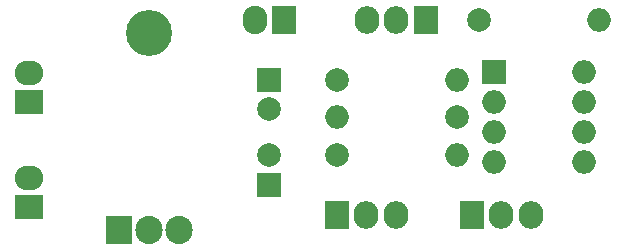
<source format=gts>
G04 #@! TF.GenerationSoftware,KiCad,Pcbnew,(5.0.0)*
G04 #@! TF.CreationDate,2019-02-27T23:15:19+05:30*
G04 #@! TF.ProjectId,PCB,5043422E6B696361645F706362000000,rev?*
G04 #@! TF.SameCoordinates,Original*
G04 #@! TF.FileFunction,Soldermask,Top*
G04 #@! TF.FilePolarity,Negative*
%FSLAX46Y46*%
G04 Gerber Fmt 4.6, Leading zero omitted, Abs format (unit mm)*
G04 Created by KiCad (PCBNEW (5.0.0)) date 02/27/19 23:15:19*
%MOMM*%
%LPD*%
G01*
G04 APERTURE LIST*
%ADD10C,2.000000*%
%ADD11O,2.000000X2.000000*%
%ADD12R,2.000000X2.000000*%
%ADD13R,2.400000X2.100000*%
%ADD14O,2.400000X2.100000*%
%ADD15R,2.100000X2.400000*%
%ADD16O,2.100000X2.400000*%
%ADD17O,2.100000X2.350000*%
%ADD18R,2.100000X2.350000*%
%ADD19O,3.900000X3.900000*%
%ADD20R,2.305000X2.400000*%
%ADD21O,2.305000X2.400000*%
G04 APERTURE END LIST*
D10*
G04 #@! TO.C,R2*
X106045000Y-120015000D03*
D11*
X95885000Y-120015000D03*
G04 #@! TD*
D12*
G04 #@! TO.C,U2*
X109220000Y-116205000D03*
D11*
X116840000Y-123825000D03*
X109220000Y-118745000D03*
X116840000Y-121285000D03*
X109220000Y-121285000D03*
X116840000Y-118745000D03*
X109220000Y-123825000D03*
X116840000Y-116205000D03*
G04 #@! TD*
D12*
G04 #@! TO.C,C1*
X90170000Y-116840000D03*
D10*
X90170000Y-119340000D03*
G04 #@! TD*
D12*
G04 #@! TO.C,C2*
X90170000Y-125730000D03*
D10*
X90170000Y-123230000D03*
G04 #@! TD*
D13*
G04 #@! TO.C,J1*
X69850000Y-127635000D03*
D14*
X69850000Y-125135000D03*
G04 #@! TD*
G04 #@! TO.C,J2*
X69850000Y-116245000D03*
D13*
X69850000Y-118745000D03*
G04 #@! TD*
D15*
G04 #@! TO.C,J3*
X91440000Y-111760000D03*
D16*
X88940000Y-111760000D03*
G04 #@! TD*
D17*
G04 #@! TO.C,J4*
X98425000Y-111760000D03*
X100925000Y-111760000D03*
D18*
X103425000Y-111760000D03*
G04 #@! TD*
G04 #@! TO.C,J5*
X107315000Y-128270000D03*
D17*
X109815000Y-128270000D03*
X112315000Y-128270000D03*
G04 #@! TD*
D18*
G04 #@! TO.C,J6*
X95885000Y-128270000D03*
D17*
X98385000Y-128270000D03*
X100885000Y-128270000D03*
G04 #@! TD*
D11*
G04 #@! TO.C,R1*
X106045000Y-116840000D03*
D10*
X95885000Y-116840000D03*
G04 #@! TD*
G04 #@! TO.C,R3*
X107950000Y-111760000D03*
D11*
X118110000Y-111760000D03*
G04 #@! TD*
G04 #@! TO.C,R4*
X106045000Y-123190000D03*
D10*
X95885000Y-123190000D03*
G04 #@! TD*
D19*
G04 #@! TO.C,U1*
X80010000Y-112880000D03*
D20*
X77470000Y-129540000D03*
D21*
X80010000Y-129540000D03*
X82550000Y-129540000D03*
G04 #@! TD*
M02*

</source>
